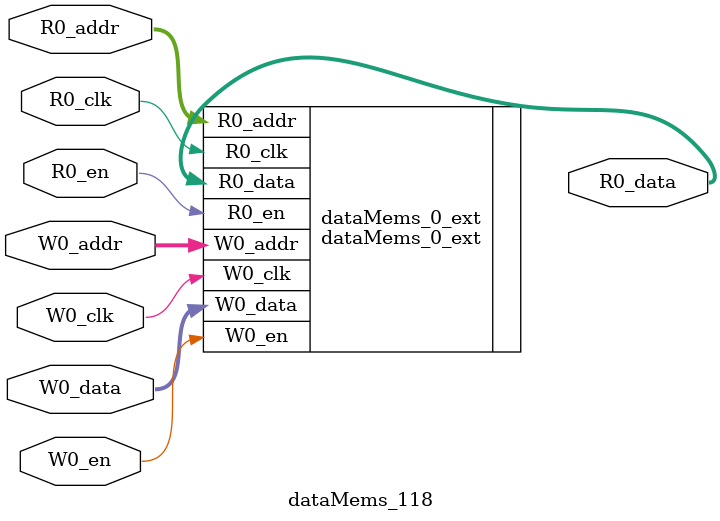
<source format=sv>
`ifndef RANDOMIZE
  `ifdef RANDOMIZE_REG_INIT
    `define RANDOMIZE
  `endif // RANDOMIZE_REG_INIT
`endif // not def RANDOMIZE
`ifndef RANDOMIZE
  `ifdef RANDOMIZE_MEM_INIT
    `define RANDOMIZE
  `endif // RANDOMIZE_MEM_INIT
`endif // not def RANDOMIZE

`ifndef RANDOM
  `define RANDOM $random
`endif // not def RANDOM

// Users can define 'PRINTF_COND' to add an extra gate to prints.
`ifndef PRINTF_COND_
  `ifdef PRINTF_COND
    `define PRINTF_COND_ (`PRINTF_COND)
  `else  // PRINTF_COND
    `define PRINTF_COND_ 1
  `endif // PRINTF_COND
`endif // not def PRINTF_COND_

// Users can define 'ASSERT_VERBOSE_COND' to add an extra gate to assert error printing.
`ifndef ASSERT_VERBOSE_COND_
  `ifdef ASSERT_VERBOSE_COND
    `define ASSERT_VERBOSE_COND_ (`ASSERT_VERBOSE_COND)
  `else  // ASSERT_VERBOSE_COND
    `define ASSERT_VERBOSE_COND_ 1
  `endif // ASSERT_VERBOSE_COND
`endif // not def ASSERT_VERBOSE_COND_

// Users can define 'STOP_COND' to add an extra gate to stop conditions.
`ifndef STOP_COND_
  `ifdef STOP_COND
    `define STOP_COND_ (`STOP_COND)
  `else  // STOP_COND
    `define STOP_COND_ 1
  `endif // STOP_COND
`endif // not def STOP_COND_

// Users can define INIT_RANDOM as general code that gets injected into the
// initializer block for modules with registers.
`ifndef INIT_RANDOM
  `define INIT_RANDOM
`endif // not def INIT_RANDOM

// If using random initialization, you can also define RANDOMIZE_DELAY to
// customize the delay used, otherwise 0.002 is used.
`ifndef RANDOMIZE_DELAY
  `define RANDOMIZE_DELAY 0.002
`endif // not def RANDOMIZE_DELAY

// Define INIT_RANDOM_PROLOG_ for use in our modules below.
`ifndef INIT_RANDOM_PROLOG_
  `ifdef RANDOMIZE
    `ifdef VERILATOR
      `define INIT_RANDOM_PROLOG_ `INIT_RANDOM
    `else  // VERILATOR
      `define INIT_RANDOM_PROLOG_ `INIT_RANDOM #`RANDOMIZE_DELAY begin end
    `endif // VERILATOR
  `else  // RANDOMIZE
    `define INIT_RANDOM_PROLOG_
  `endif // RANDOMIZE
`endif // not def INIT_RANDOM_PROLOG_

// Include register initializers in init blocks unless synthesis is set
`ifndef SYNTHESIS
  `ifndef ENABLE_INITIAL_REG_
    `define ENABLE_INITIAL_REG_
  `endif // not def ENABLE_INITIAL_REG_
`endif // not def SYNTHESIS

// Include rmemory initializers in init blocks unless synthesis is set
`ifndef SYNTHESIS
  `ifndef ENABLE_INITIAL_MEM_
    `define ENABLE_INITIAL_MEM_
  `endif // not def ENABLE_INITIAL_MEM_
`endif // not def SYNTHESIS

module dataMems_118(	// @[generators/ara/src/main/scala/UnsafeAXI4ToTL.scala:365:62]
  input  [4:0]   R0_addr,
  input          R0_en,
  input          R0_clk,
  output [130:0] R0_data,
  input  [4:0]   W0_addr,
  input          W0_en,
  input          W0_clk,
  input  [130:0] W0_data
);

  dataMems_0_ext dataMems_0_ext (	// @[generators/ara/src/main/scala/UnsafeAXI4ToTL.scala:365:62]
    .R0_addr (R0_addr),
    .R0_en   (R0_en),
    .R0_clk  (R0_clk),
    .R0_data (R0_data),
    .W0_addr (W0_addr),
    .W0_en   (W0_en),
    .W0_clk  (W0_clk),
    .W0_data (W0_data)
  );
endmodule


</source>
